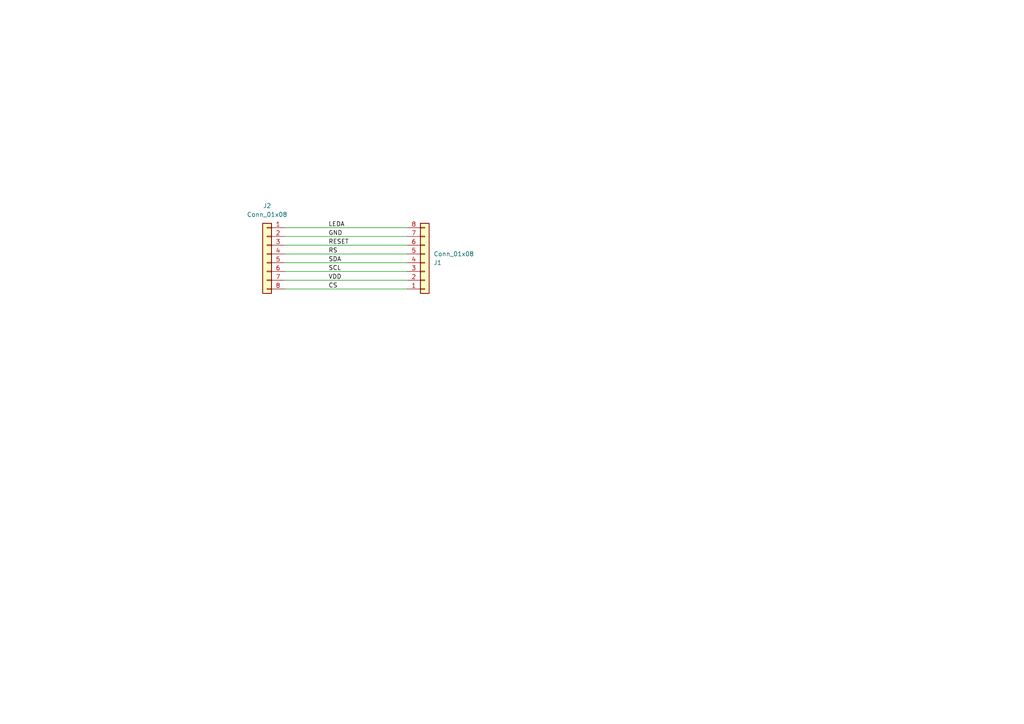
<source format=kicad_sch>
(kicad_sch (version 20231120) (generator "eeschema") (generator_version "8.0")
  (paper "A4")
  (lib_symbols
    (symbol "Connector_Generic:Conn_01x08" (pin_names (offset 1.016) hide)
      (property "Reference" "J" (at 0 10.16 0))
      (property "Value" "Conn_01x08" (at 0 -12.7 0))
      (symbol "Conn_01x08_1_1"
        (rectangle (start -1.27 -10.033) (end 0 -10.287) (stroke (width 0.1524)))
        (rectangle (start -1.27 -7.493) (end 0 -7.747) (stroke (width 0.1524)))
        (rectangle (start -1.27 -4.953) (end 0 -5.207) (stroke (width 0.1524)))
        (rectangle (start -1.27 -2.413) (end 0 -2.667) (stroke (width 0.1524)))
        (rectangle (start -1.27 0.127) (end 0 -0.127) (stroke (width 0.1524)))
        (rectangle (start -1.27 2.667) (end 0 2.413) (stroke (width 0.1524)))
        (rectangle (start -1.27 5.207) (end 0 4.953) (stroke (width 0.1524)))
        (rectangle (start -1.27 7.747) (end 0 7.493) (stroke (width 0.1524)))
        (rectangle (start -1.27 8.89) (end 1.27 -11.43) (stroke (width 0.254)) (fill (type background)))
        (pin passive line (at -5.08 7.62 0) (length 3.81) (name "Pin_1") (number "1"))
        (pin passive line (at -5.08 5.08 0) (length 3.81) (name "Pin_2") (number "2"))
        (pin passive line (at -5.08 2.54 0) (length 3.81) (name "Pin_3") (number "3"))
        (pin passive line (at -5.08 0 0) (length 3.81) (name "Pin_4") (number "4"))
        (pin passive line (at -5.08 -2.54 0) (length 3.81) (name "Pin_5") (number "5"))
        (pin passive line (at -5.08 -5.08 0) (length 3.81) (name "Pin_6") (number "6"))
        (pin passive line (at -5.08 -7.62 0) (length 3.81) (name "Pin_7") (number "7"))
        (pin passive line (at -5.08 -10.16 0) (length 3.81) (name "Pin_8") (number "8"))
      )
    )
  )
  (wire (pts (xy 118.11 76.2) (xy 82.55 76.2)))
  (wire (pts (xy 118.11 68.58) (xy 82.55 68.58)))
  (wire (pts (xy 118.11 71.12) (xy 82.55 71.12)))
  (wire (pts (xy 118.11 81.28) (xy 82.55 81.28)))
  (wire (pts (xy 118.11 73.66) (xy 82.55 73.66)))
  (wire (pts (xy 118.11 78.74) (xy 82.55 78.74)))
  (wire (pts (xy 118.11 66.04) (xy 82.55 66.04)))
  (wire (pts (xy 118.11 83.82) (xy 82.55 83.82)))
  (label "LEDA" (at 95.25 66.04 0))
  (label "SDA" (at 95.25 76.2 0))
  (label "VDD" (at 95.25 81.28 0))
  (label "GND" (at 95.25 68.58 0))
  (label "CS" (at 95.25 83.82 0))
  (label "SCL" (at 95.25 78.74 0))
  (label "RESET" (at 95.25 71.12 0))
  (label "RS" (at 95.25 73.66 0))
  (symbol (lib_id "Connector_Generic:Conn_01x08") (at 77.47 73.66 0) (mirror y) (unit 1)
    (property "Reference" "J2" (at 77.47 59.69 0))
    (property "Value" "Conn_01x08" (at 77.47 62.23 0))
    (property "Footprint" "Connector_PinHeader_1.27mm:PinHeader_1x08_P1.27mm_Horizontal" (effects (hide yes)))
    (property "Description" "Generic connector, single row, 01x08, script generated (kicad-library-utils/schlib/autogen/connector/)" (effects (hide yes)))
  )
  (symbol (lib_id "Connector_Generic:Conn_01x08") (at 123.19 76.2 0) (mirror x) (unit 1)
    (property "Reference" "J1" (at 125.73 76.2001 0) (effects (justify left)))
    (property "Value" "Conn_01x08" (at 125.73 73.6601 0) (effects (justify left)))
    (property "Footprint" "Connector_FFC-FPC:Hirose_FH12-8S-0.5SH_1x08-1MP_P0.50mm_Horizontal" (effects (hide yes)))
    (property "Description" "Generic connector, single row, 01x08, script generated (kicad-library-utils/schlib/autogen/connector/)" (effects (hide yes)))
  )
)
</source>
